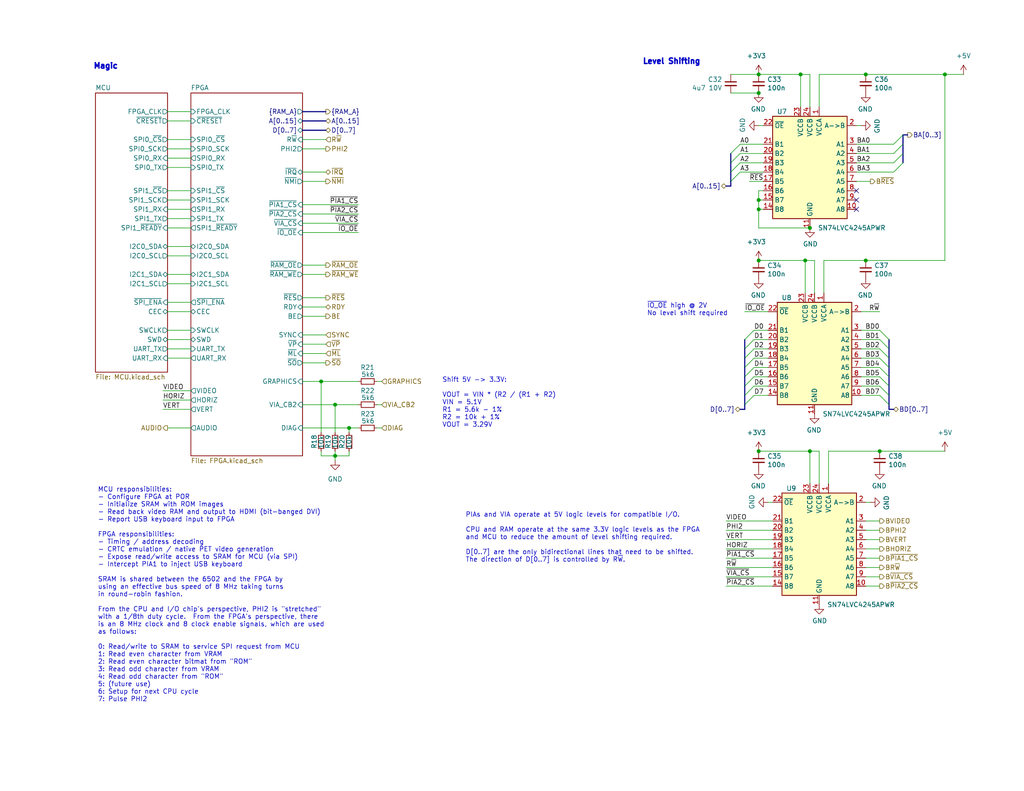
<source format=kicad_sch>
(kicad_sch (version 20231120) (generator "eeschema") (generator_version "8.0")
  (paper "A")
  (title_block (title "EconoPET 40/8096") (date "2023-10-01") (rev "A"))
  (lib_symbols
    (symbol "Device:C_Small" (pin_numbers hide) (pin_names (offset 0.254) hide)
      (property "Reference" "C" (at 0.254 1.778 0))
      (property "Value" "C_Small" (at 0.254 -2.032 0))
      (symbol "C_Small_0_1"
        (polyline (pts (xy -1.524 -0.508) (xy 1.524 -0.508)) (stroke (width 0.3302)))
        (polyline (pts (xy -1.524 0.508) (xy 1.524 0.508)) (stroke (width 0.3048)))
      )
      (symbol "C_Small_1_1"
        (pin passive line (at 0 2.54 270) (length 2.032) (name "~") (number "1"))
        (pin passive line (at 0 -2.54 90) (length 2.032) (name "~") (number "2"))
      )
    )
    (symbol "Device:R_Small" (pin_numbers hide) (pin_names (offset 0.254) hide)
      (property "Reference" "R" (at 0.762 0.508 0))
      (property "Value" "R_Small" (at 0.762 -1.016 0))
      (symbol "R_Small_0_1"
        (rectangle (start -0.762 1.778) (end 0.762 -1.778) (stroke (width 0.2032)))
      )
      (symbol "R_Small_1_1"
        (pin passive line (at 0 2.54 270) (length 0.762) (name "~") (number "1"))
        (pin passive line (at 0 -2.54 90) (length 0.762) (name "~") (number "2"))
      )
    )
    (symbol "EconoPET:SN74LVC8T245"
      (property "Reference" "U" (at 7.62 13.97 0))
      (property "Value" "SN74LVC4245APWR" (at -11.43 -17.78 0))
      (symbol "SN74LVC8T245_0_1"
        (rectangle (start -10.16 12.7) (end 10.16 -15.24) (stroke (width 0.254)) (fill (type background)))
      )
      (symbol "SN74LVC8T245_1_1"
        (pin power_in line (at -2.54 15.24 270) (length 2.54) (name "VCCA") (number "1"))
        (pin bidirectional line (at -12.7 -12.7 0) (length 2.54) (name "A8") (number "10"))
        (pin power_in line (at 0 -17.78 90) (length 2.54) (name "GND") (number "11"))
        (pin passive line (at 0 -17.78 90) (length 2.54) hide (name "GND") (number "12"))
        (pin passive line (at 0 -17.78 90) (length 2.54) hide (name "GND") (number "13"))
        (pin bidirectional line (at 12.7 -12.7 180) (length 2.54) (name "B8") (number "14"))
        (pin bidirectional line (at 12.7 -10.16 180) (length 2.54) (name "B7") (number "15"))
        (pin bidirectional line (at 12.7 -7.62 180) (length 2.54) (name "B6") (number "16"))
        (pin bidirectional line (at 12.7 -5.08 180) (length 2.54) (name "B5") (number "17"))
        (pin bidirectional line (at 12.7 -2.54 180) (length 2.54) (name "B4") (number "18"))
        (pin bidirectional line (at 12.7 0 180) (length 2.54) (name "B3") (number "19"))
        (pin input line (at -12.7 10.16 0) (length 2.54) (name "A->B") (number "2"))
        (pin bidirectional line (at 12.7 2.54 180) (length 2.54) (name "B2") (number "20"))
        (pin bidirectional line (at 12.7 5.08 180) (length 2.54) (name "B1") (number "21"))
        (pin input line (at 12.7 10.16 180) (length 2.54) (name "~{OE}") (number "22"))
        (pin power_in line (at 2.54 15.24 270) (length 2.54) (name "VCCB") (number "23"))
        (pin power_in line (at 0 15.24 270) (length 2.54) (name "VCCB") (number "24"))
        (pin bidirectional line (at -12.7 5.08 0) (length 2.54) (name "A1") (number "3"))
        (pin bidirectional line (at -12.7 2.54 0) (length 2.54) (name "A2") (number "4"))
        (pin bidirectional line (at -12.7 0 0) (length 2.54) (name "A3") (number "5"))
        (pin bidirectional line (at -12.7 -2.54 0) (length 2.54) (name "A4") (number "6"))
        (pin bidirectional line (at -12.7 -5.08 0) (length 2.54) (name "A5") (number "7"))
        (pin bidirectional line (at -12.7 -7.62 0) (length 2.54) (name "A6") (number "8"))
        (pin bidirectional line (at -12.7 -10.16 0) (length 2.54) (name "A7") (number "9"))
      )
    )
    (symbol "power:+3V3" (power) (pin_numbers hide) (pin_names (offset 0) hide)
      (property "Value" "+3V3" (at 0 3.556 0))
      (symbol "+3V3_0_1"
        (polyline (pts (xy -0.762 1.27) (xy 0 2.54)))
        (polyline (pts (xy 0 0) (xy 0 2.54)))
        (polyline (pts (xy 0 2.54) (xy 0.762 1.27)))
      )
      (symbol "+3V3_1_1"
        (pin power_in line (at 0 0 90) (length 0) (name "~") (number "1"))
      )
    )
    (symbol "power:+5V" (power) (pin_numbers hide) (pin_names (offset 0) hide)
      (property "Value" "+5V" (at 0 3.556 0))
      (symbol "+5V_0_1"
        (polyline (pts (xy -0.762 1.27) (xy 0 2.54)))
        (polyline (pts (xy 0 0) (xy 0 2.54)))
        (polyline (pts (xy 0 2.54) (xy 0.762 1.27)))
      )
      (symbol "+5V_1_1"
        (pin power_in line (at 0 0 90) (length 0) (name "~") (number "1"))
      )
    )
    (symbol "power:GND" (power) (pin_numbers hide) (pin_names (offset 0) hide)
      (property "Value" "GND" (at 0 -3.81 0))
      (symbol "GND_0_1"
        (polyline (pts (xy 0 0) (xy 0 -1.27) (xy 1.27 -1.27) (xy 0 -2.54) (xy -1.27 -1.27) (xy 0 -1.27)))
      )
      (symbol "GND_1_1"
        (pin power_in line (at 0 0 270) (length 0) (name "~") (number "1"))
      )
    )
  )
  (junction (at 218.44 20.32))
  (junction (at 207.01 57.15))
  (junction (at 220.98 62.23))
  (junction (at 91.44 124.46))
  (junction (at 207.01 71.12))
  (junction (at 207.01 20.32))
  (junction (at 236.22 20.32))
  (junction (at 219.71 71.12))
  (junction (at 207.01 123.19))
  (junction (at 91.44 110.49))
  (junction (at 257.81 20.32))
  (junction (at 220.98 123.19))
  (junction (at 207.01 54.61))
  (junction (at 236.22 71.12))
  (junction (at 95.25 116.84))
  (junction (at 87.63 104.14))
  (junction (at 240.03 123.19))
  (junction (at 207.01 25.4))
  (no_connect (at 233.68 52.07))
  (no_connect (at 233.68 54.61))
  (no_connect (at 233.68 57.15))
  (bus_entry (at 240.03 90.17) (size 2.54 2.54))
  (bus_entry (at 205.74 102.87) (size -2.54 2.54))
  (bus_entry (at 243.84 39.37) (size 2.54 -2.54))
  (bus_entry (at 240.03 97.79) (size 2.54 2.54))
  (bus_entry (at 240.03 92.71) (size 2.54 2.54))
  (bus_entry (at 240.03 107.95) (size 2.54 2.54))
  (bus_entry (at 205.74 90.17) (size -2.54 2.54))
  (bus_entry (at 201.93 44.45) (size -2.54 2.54))
  (bus_entry (at 201.93 39.37) (size -2.54 2.54))
  (bus_entry (at 205.74 100.33) (size -2.54 2.54))
  (bus_entry (at 205.74 92.71) (size -2.54 2.54))
  (bus_entry (at 243.84 46.99) (size 2.54 -2.54))
  (bus_entry (at 240.03 105.41) (size 2.54 2.54))
  (bus_entry (at 205.74 107.95) (size -2.54 2.54))
  (bus_entry (at 205.74 95.25) (size -2.54 2.54))
  (bus_entry (at 243.84 44.45) (size 2.54 -2.54))
  (bus_entry (at 201.93 46.99) (size -2.54 2.54))
  (bus_entry (at 240.03 100.33) (size 2.54 2.54))
  (bus_entry (at 205.74 105.41) (size -2.54 2.54))
  (bus_entry (at 205.74 97.79) (size -2.54 2.54))
  (bus_entry (at 240.03 102.87) (size 2.54 2.54))
  (bus_entry (at 243.84 41.91) (size 2.54 -2.54))
  (bus_entry (at 201.93 41.91) (size -2.54 2.54))
  (bus_entry (at 240.03 95.25) (size 2.54 2.54))
  (wire (pts (xy 198.12 157.48) (xy 210.82 157.48)))
  (bus (pts (xy 201.93 111.76) (xy 203.2 111.76)))
  (wire (pts (xy 240.03 90.17) (xy 234.95 90.17)))
  (wire (pts (xy 257.81 20.32) (xy 262.89 20.32)))
  (wire (pts (xy 45.72 95.25) (xy 52.07 95.25)))
  (wire (pts (xy 82.55 116.84) (xy 95.25 116.84)))
  (wire (pts (xy 203.2 85.09) (xy 209.55 85.09)))
  (wire (pts (xy 82.55 46.99) (xy 88.9 46.99)))
  (wire (pts (xy 209.55 137.16) (xy 210.82 137.16)))
  (wire (pts (xy 205.74 107.95) (xy 209.55 107.95)))
  (wire (pts (xy 205.74 102.87) (xy 209.55 102.87)))
  (wire (pts (xy 45.72 43.18) (xy 52.07 43.18)))
  (wire (pts (xy 226.06 123.19) (xy 226.06 132.08)))
  (wire (pts (xy 102.87 104.14) (xy 104.14 104.14)))
  (wire (pts (xy 223.52 20.32) (xy 236.22 20.32)))
  (wire (pts (xy 82.55 91.44) (xy 88.9 91.44)))
  (wire (pts (xy 222.25 71.12) (xy 219.71 71.12)))
  (wire (pts (xy 233.68 39.37) (xy 243.84 39.37)))
  (wire (pts (xy 223.52 20.32) (xy 223.52 29.21)))
  (bus (pts (xy 203.2 92.71) (xy 203.2 95.25)))
  (bus (pts (xy 242.57 102.87) (xy 242.57 105.41)))
  (wire (pts (xy 240.03 100.33) (xy 234.95 100.33)))
  (wire (pts (xy 233.68 34.29) (xy 234.95 34.29)))
  (wire (pts (xy 82.55 49.53) (xy 88.9 49.53)))
  (wire (pts (xy 205.74 95.25) (xy 209.55 95.25)))
  (wire (pts (xy 102.87 110.49) (xy 104.14 110.49)))
  (wire (pts (xy 91.44 124.46) (xy 91.44 125.73)))
  (bus (pts (xy 203.2 105.41) (xy 203.2 107.95)))
  (wire (pts (xy 220.98 123.19) (xy 220.98 132.08)))
  (bus (pts (xy 199.39 44.45) (xy 199.39 41.91)))
  (wire (pts (xy 82.55 60.96) (xy 97.79 60.96)))
  (wire (pts (xy 218.44 20.32) (xy 218.44 29.21)))
  (wire (pts (xy 240.03 105.41) (xy 234.95 105.41)))
  (wire (pts (xy 82.55 99.06) (xy 88.9 99.06)))
  (wire (pts (xy 82.55 63.5) (xy 97.79 63.5)))
  (wire (pts (xy 198.12 154.94) (xy 210.82 154.94)))
  (wire (pts (xy 219.71 71.12) (xy 219.71 80.01)))
  (wire (pts (xy 207.01 54.61) (xy 208.28 54.61)))
  (wire (pts (xy 208.28 49.53) (xy 204.47 49.53)))
  (bus (pts (xy 199.39 49.53) (xy 199.39 50.8)))
  (wire (pts (xy 95.25 123.19) (xy 95.25 124.46)))
  (wire (pts (xy 207.01 54.61) (xy 207.01 57.15)))
  (wire (pts (xy 45.72 85.09) (xy 52.07 85.09)))
  (wire (pts (xy 45.72 67.31) (xy 52.07 67.31)))
  (wire (pts (xy 223.52 123.19) (xy 220.98 123.19)))
  (wire (pts (xy 82.55 72.39) (xy 88.9 72.39)))
  (wire (pts (xy 208.28 52.07) (xy 207.01 52.07)))
  (wire (pts (xy 208.28 39.37) (xy 201.93 39.37)))
  (bus (pts (xy 242.57 92.71) (xy 242.57 95.25)))
  (bus (pts (xy 246.38 41.91) (xy 246.38 44.45)))
  (wire (pts (xy 257.81 71.12) (xy 257.81 20.32)))
  (wire (pts (xy 205.74 100.33) (xy 209.55 100.33)))
  (wire (pts (xy 233.68 44.45) (xy 243.84 44.45)))
  (wire (pts (xy 82.55 55.88) (xy 97.79 55.88)))
  (wire (pts (xy 95.25 116.84) (xy 97.79 116.84)))
  (wire (pts (xy 91.44 110.49) (xy 97.79 110.49)))
  (wire (pts (xy 45.72 77.47) (xy 52.07 77.47)))
  (wire (pts (xy 201.93 46.99) (xy 208.28 46.99)))
  (wire (pts (xy 82.55 86.36) (xy 88.9 86.36)))
  (bus (pts (xy 203.2 95.25) (xy 203.2 97.79)))
  (wire (pts (xy 87.63 104.14) (xy 87.63 118.11)))
  (bus (pts (xy 242.57 105.41) (xy 242.57 107.95)))
  (wire (pts (xy 45.72 30.48) (xy 52.07 30.48)))
  (wire (pts (xy 207.01 71.12) (xy 219.71 71.12)))
  (wire (pts (xy 236.22 152.4) (xy 240.03 152.4)))
  (bus (pts (xy 203.2 102.87) (xy 203.2 105.41)))
  (wire (pts (xy 207.01 34.29) (xy 208.28 34.29)))
  (wire (pts (xy 207.01 123.19) (xy 220.98 123.19)))
  (wire (pts (xy 87.63 124.46) (xy 91.44 124.46)))
  (wire (pts (xy 102.87 116.84) (xy 104.14 116.84)))
  (wire (pts (xy 208.28 44.45) (xy 201.93 44.45)))
  (bus (pts (xy 242.57 97.79) (xy 242.57 100.33)))
  (wire (pts (xy 199.39 25.4) (xy 207.01 25.4)))
  (wire (pts (xy 208.28 41.91) (xy 201.93 41.91)))
  (bus (pts (xy 82.55 35.56) (xy 88.9 35.56)))
  (bus (pts (xy 243.84 111.76) (xy 242.57 111.76)))
  (bus (pts (xy 246.38 39.37) (xy 246.38 41.91)))
  (wire (pts (xy 91.44 123.19) (xy 91.44 124.46)))
  (wire (pts (xy 198.12 142.24) (xy 210.82 142.24)))
  (wire (pts (xy 205.74 105.41) (xy 209.55 105.41)))
  (bus (pts (xy 246.38 36.83) (xy 246.38 39.37)))
  (wire (pts (xy 199.39 20.32) (xy 207.01 20.32)))
  (wire (pts (xy 240.03 107.95) (xy 234.95 107.95)))
  (wire (pts (xy 198.12 160.02) (xy 210.82 160.02)))
  (wire (pts (xy 220.98 62.23) (xy 207.01 62.23)))
  (wire (pts (xy 240.03 97.79) (xy 234.95 97.79)))
  (wire (pts (xy 91.44 124.46) (xy 95.25 124.46)))
  (bus (pts (xy 199.39 46.99) (xy 199.39 44.45)))
  (wire (pts (xy 220.98 20.32) (xy 220.98 29.21)))
  (wire (pts (xy 87.63 104.14) (xy 97.79 104.14)))
  (wire (pts (xy 236.22 157.48) (xy 240.03 157.48)))
  (wire (pts (xy 210.82 144.78) (xy 198.12 144.78)))
  (wire (pts (xy 45.72 33.02) (xy 52.07 33.02)))
  (wire (pts (xy 240.03 123.19) (xy 257.81 123.19)))
  (wire (pts (xy 45.72 57.15) (xy 52.07 57.15)))
  (wire (pts (xy 207.01 57.15) (xy 208.28 57.15)))
  (wire (pts (xy 240.03 102.87) (xy 234.95 102.87)))
  (wire (pts (xy 45.72 38.1) (xy 52.07 38.1)))
  (wire (pts (xy 207.01 20.32) (xy 218.44 20.32)))
  (wire (pts (xy 205.74 97.79) (xy 209.55 97.79)))
  (wire (pts (xy 45.72 97.79) (xy 52.07 97.79)))
  (wire (pts (xy 198.12 152.4) (xy 210.82 152.4)))
  (wire (pts (xy 82.55 96.52) (xy 88.9 96.52)))
  (wire (pts (xy 240.03 92.71) (xy 234.95 92.71)))
  (wire (pts (xy 236.22 20.32) (xy 257.81 20.32)))
  (wire (pts (xy 233.68 46.99) (xy 243.84 46.99)))
  (wire (pts (xy 222.25 80.01) (xy 222.25 71.12)))
  (wire (pts (xy 224.79 71.12) (xy 236.22 71.12)))
  (wire (pts (xy 52.07 111.76) (xy 44.45 111.76)))
  (wire (pts (xy 95.25 116.84) (xy 95.25 118.11)))
  (bus (pts (xy 242.57 95.25) (xy 242.57 97.79)))
  (wire (pts (xy 233.68 41.91) (xy 243.84 41.91)))
  (wire (pts (xy 224.79 71.12) (xy 224.79 80.01)))
  (wire (pts (xy 205.74 90.17) (xy 209.55 90.17)))
  (wire (pts (xy 240.03 95.25) (xy 234.95 95.25)))
  (wire (pts (xy 82.55 110.49) (xy 91.44 110.49)))
  (wire (pts (xy 45.72 59.69) (xy 52.07 59.69)))
  (wire (pts (xy 237.49 137.16) (xy 236.22 137.16)))
  (bus (pts (xy 203.2 110.49) (xy 203.2 111.76)))
  (wire (pts (xy 45.72 54.61) (xy 52.07 54.61)))
  (wire (pts (xy 45.72 69.85) (xy 52.07 69.85)))
  (wire (pts (xy 82.55 58.42) (xy 97.79 58.42)))
  (wire (pts (xy 218.44 20.32) (xy 220.98 20.32)))
  (wire (pts (xy 45.72 116.84) (xy 52.07 116.84)))
  (wire (pts (xy 236.22 71.12) (xy 257.81 71.12)))
  (wire (pts (xy 236.22 154.94) (xy 240.03 154.94)))
  (bus (pts (xy 242.57 110.49) (xy 242.57 111.76)))
  (wire (pts (xy 82.55 83.82) (xy 88.9 83.82)))
  (wire (pts (xy 240.03 149.86) (xy 236.22 149.86)))
  (wire (pts (xy 52.07 109.22) (xy 44.45 109.22)))
  (bus (pts (xy 199.39 49.53) (xy 199.39 46.99)))
  (wire (pts (xy 236.22 142.24) (xy 240.03 142.24)))
  (wire (pts (xy 82.55 74.93) (xy 88.9 74.93)))
  (wire (pts (xy 45.72 74.93) (xy 52.07 74.93)))
  (wire (pts (xy 87.63 123.19) (xy 87.63 124.46)))
  (wire (pts (xy 210.82 147.32) (xy 198.12 147.32)))
  (wire (pts (xy 45.72 52.07) (xy 52.07 52.07)))
  (wire (pts (xy 226.06 123.19) (xy 240.03 123.19)))
  (wire (pts (xy 91.44 110.49) (xy 91.44 118.11)))
  (bus (pts (xy 203.2 100.33) (xy 203.2 102.87)))
  (wire (pts (xy 45.72 40.64) (xy 52.07 40.64)))
  (wire (pts (xy 207.01 52.07) (xy 207.01 54.61)))
  (bus (pts (xy 242.57 107.95) (xy 242.57 110.49)))
  (wire (pts (xy 82.55 104.14) (xy 87.63 104.14)))
  (wire (pts (xy 52.07 106.68) (xy 44.45 106.68)))
  (wire (pts (xy 236.22 160.02) (xy 240.03 160.02)))
  (wire (pts (xy 45.72 62.23) (xy 52.07 62.23)))
  (bus (pts (xy 203.2 107.95) (xy 203.2 110.49)))
  (bus (pts (xy 247.65 36.83) (xy 246.38 36.83)))
  (wire (pts (xy 82.55 38.1) (xy 88.9 38.1)))
  (bus (pts (xy 198.12 50.8) (xy 199.39 50.8)))
  (bus (pts (xy 82.55 33.02) (xy 88.9 33.02)))
  (wire (pts (xy 82.55 93.98) (xy 88.9 93.98)))
  (wire (pts (xy 45.72 82.55) (xy 52.07 82.55)))
  (wire (pts (xy 205.74 92.71) (xy 209.55 92.71)))
  (wire (pts (xy 207.01 62.23) (xy 207.01 57.15)))
  (wire (pts (xy 82.55 81.28) (xy 88.9 81.28)))
  (wire (pts (xy 45.72 90.17) (xy 52.07 90.17)))
  (bus (pts (xy 82.55 30.48) (xy 88.9 30.48)))
  (wire (pts (xy 236.22 144.78) (xy 240.03 144.78)))
  (bus (pts (xy 242.57 100.33) (xy 242.57 102.87)))
  (wire (pts (xy 82.55 40.64) (xy 88.9 40.64)))
  (wire (pts (xy 236.22 147.32) (xy 240.03 147.32)))
  (wire (pts (xy 210.82 149.86) (xy 198.12 149.86)))
  (wire (pts (xy 234.95 85.09) (xy 240.03 85.09)))
  (bus (pts (xy 203.2 97.79) (xy 203.2 100.33)))
  (wire (pts (xy 223.52 132.08) (xy 223.52 123.19)))
  (wire (pts (xy 45.72 45.72) (xy 52.07 45.72)))
  (wire (pts (xy 45.72 92.71) (xy 52.07 92.71)))
  (wire (pts (xy 233.68 49.53) (xy 237.49 49.53)))
  (text "PIAs and VIA operate at 5V logic levels for compatible I/O.\n\nCPU and RAM operate at the same 3.3V logic levels as the FPGA\nand MCU to reduce the amount of level shifting required.\n\nD[0..7] are the only bidirectional lines that need to be shifted.\nThe direction of D[0..7] is controlled by R~{W}." (at 127 153.67 0) (effects (font (size 1.27 1.27)) (justify left bottom)))
  (text "Level Shifting" (at 175.26 17.78 0) (effects (font (size 1.5 1.5) (thickness 0.8) (bold yes)) (justify left bottom)))
  (text "Magic" (at 25.4 19.05 0) (effects (font (size 1.5 1.5) (thickness 0.8) (bold yes)) (justify left bottom)))
  (text "MCU responsibilities:\n- Configure FPGA at POR\n- Initialize SRAM with ROM images\n- Read back video RAM and output to HDMI (bit-banged DVI)\n- Report USB keyboard input to FPGA\n\nFPGA responsibilities:\n- Timing / address decoding\n- CRTC emulation / native PET video generation\n- Expose read/write access to SRAM for MCU (via SPI)\n- Intercept PIA1 to inject USB keyboard\n\nSRAM is shared between the 6502 and the FPGA by\nusing an effective bus speed of 8 MHz taking turns\nin round-robin fashion.\n\nFrom the CPU and I/O chip's perspective, PHI2 is \"stretched\"\nwith a 1/8th duty cycle.  From the FPGA's perspective, there\nis an 8 MHz clock and 8 clock enable signals, which are used\nas follows:\n\n0: Read/write to SRAM to service SPI request from MCU\n1: Read even character from VRAM\n2: Read even character bitmat from \"ROM\"\n3: Read odd character from VRAM\n4: Read odd character from \"ROM\"\n5: (future use)\n6: Setup for next CPU cycle\n7: Pulse PHI2" (at 26.67 191.77 0) (effects (font (size 1.27 1.27)) (justify left bottom)))
  (text "~{IO_OE} high @ 2V\nNo level shift required" (at 176.53 86.36 0) (effects (font (size 1.27 1.27)) (justify left bottom)))
  (text "Shift 5V -> 3.3V:\n\nVOUT = VIN * (R2 / (R1 + R2)\nVIN = 5.1V\nR1 = 5.6k - 1%\nR2 = 10k + 1%\nVOUT = 3.29V" (at 120.65 116.84 0) (effects (font (size 1.27 1.27)) (justify left bottom)))
  (label "~{IO_OE}" (at 203.2 85.09 0))
  (label "~{IO_OE}" (at 97.79 63.5 180))
  (label "BA3" (at 237.49 46.99 180))
  (label "D7" (at 205.74 107.95 0))
  (label "D0" (at 205.74 90.17 0))
  (label "A1" (at 201.93 41.91 0))
  (label "BA1" (at 237.49 41.91 180))
  (label "BD5" (at 240.03 102.87 180))
  (label "BD7" (at 240.03 107.95 180))
  (label "A0" (at 201.93 39.37 0))
  (label "~{RES}" (at 204.47 49.53 0))
  (label "~{PIA1_CS}" (at 97.79 55.88 180))
  (label "A2" (at 201.93 44.45 0))
  (label "PHI2" (at 198.12 144.78 0))
  (label "BD6" (at 240.03 105.41 180))
  (label "D1" (at 205.74 92.71 0))
  (label "~{VIA_CS}" (at 97.79 60.96 180))
  (label "HORIZ" (at 44.45 109.22 0))
  (label "A3" (at 201.93 46.99 0))
  (label "D2" (at 205.74 95.25 0))
  (label "R~{W}" (at 240.03 85.09 180))
  (label "D4" (at 205.74 100.33 0))
  (label "~{PIA1_CS}" (at 198.12 152.4 0))
  (label "D3" (at 205.74 97.79 0))
  (label "R~{W}" (at 198.12 154.94 0))
  (label "BD3" (at 240.03 97.79 180))
  (label "~{PIA2_CS}" (at 97.79 58.42 180))
  (label "D5" (at 205.74 102.87 0))
  (label "~{VIA_CS}" (at 198.12 157.48 0))
  (label "BD0" (at 240.03 90.17 180))
  (label "VERT" (at 44.45 111.76 0))
  (label "D6" (at 205.74 105.41 0))
  (label "HORIZ" (at 198.12 149.86 0))
  (label "BA2" (at 237.49 44.45 180))
  (label "VIDEO" (at 44.45 106.68 0))
  (label "VIDEO" (at 198.12 142.24 0))
  (label "BD4" (at 240.03 100.33 180))
  (label "BD1" (at 240.03 92.71 180))
  (label "~{PIA2_CS}" (at 198.12 160.02 0))
  (label "VERT" (at 198.12 147.32 0))
  (label "BD2" (at 240.03 95.25 180))
  (label "BA0" (at 237.49 39.37 180))
  (hierarchical_label "~{NMI}" (shape output) (at 88.9 49.53 0))
  (hierarchical_label "~{SO}" (shape output) (at 88.9 99.06 0))
  (hierarchical_label "{RAM_A}" (shape output) (at 88.9 30.48 0))
  (hierarchical_label "PHI2" (shape output) (at 88.9 40.64 0))
  (hierarchical_label "R~{W}" (shape input) (at 88.9 38.1 0))
  (hierarchical_label "B~{PIA1_CS}" (shape output) (at 240.03 152.4 0))
  (hierarchical_label "SYNC" (shape input) (at 88.9 91.44 0))
  (hierarchical_label "DIAG" (shape input) (at 104.14 116.84 0))
  (hierarchical_label "RDY" (shape bidirectional) (at 88.9 83.82 0))
  (hierarchical_label "D[0..7]" (shape bidirectional) (at 88.9 35.56 0))
  (hierarchical_label "B~{RES}" (shape output) (at 237.49 49.53 0))
  (hierarchical_label "D[0..7]" (shape bidirectional) (at 201.93 111.76 180))
  (hierarchical_label "~{ML}" (shape input) (at 88.9 96.52 0))
  (hierarchical_label "B~{PIA2_CS}" (shape output) (at 240.03 160.02 0))
  (hierarchical_label "A[0..15]" (shape bidirectional) (at 198.12 50.8 180))
  (hierarchical_label "BVIDEO" (shape output) (at 240.03 142.24 0))
  (hierarchical_label "~{RES}" (shape output) (at 88.9 81.28 0))
  (hierarchical_label "AUDIO" (shape output) (at 45.72 116.84 180))
  (hierarchical_label "BD[0..7]" (shape bidirectional) (at 243.84 111.76 0))
  (hierarchical_label "VIA_CB2" (shape input) (at 104.14 110.49 0))
  (hierarchical_label "B~{VIA_CS}" (shape output) (at 240.03 157.48 0))
  (hierarchical_label "BHORIZ" (shape output) (at 240.03 149.86 0))
  (hierarchical_label "~{IRQ}" (shape bidirectional) (at 88.9 46.99 0))
  (hierarchical_label "BE" (shape output) (at 88.9 86.36 0))
  (hierarchical_label "BA[0..3]" (shape output) (at 247.65 36.83 0))
  (hierarchical_label "BR~{W}" (shape output) (at 240.03 154.94 0))
  (hierarchical_label "BVERT" (shape output) (at 240.03 147.32 0))
  (hierarchical_label "~{RAM_WE}" (shape output) (at 88.9 74.93 0))
  (hierarchical_label "~{RAM_OE}" (shape output) (at 88.9 72.39 0))
  (hierarchical_label "~{VP}" (shape input) (at 88.9 93.98 0))
  (hierarchical_label "BPHI2" (shape output) (at 240.03 144.78 0))
  (hierarchical_label "A[0..15]" (shape bidirectional) (at 88.9 33.02 0))
  (hierarchical_label "GRAPHICS" (shape input) (at 104.14 104.14 0))
  (symbol (lib_id "EconoPET:SN74LVC8T245") (at 220.98 44.45 0) (mirror y) (unit 1)
    (property "Reference" "U7" (at 213.36 30.48 0))
    (property "Value" "SN74LVC4245APWR" (at 232.41 62.23 0))
    (property "Footprint" "Package_SO:TSSOP-24_4.4x7.8mm_P0.65mm" (effects (hide yes)))
    (property "Datasheet" "https://www.lcsc.com/datasheet/lcsc_datasheet_1809192324_Texas-Instruments-SN74LVC4245APWR_C7859.pdf" (effects (hide yes)))
    (property "LCSC" "C7859" (effects (hide yes)))
  )
  (symbol (lib_id "EconoPET:SN74LVC8T245") (at 223.52 147.32 0) (mirror y) (unit 1)
    (property "Reference" "U9" (at 215.9 133.35 0))
    (property "Value" "SN74LVC4245APWR" (at 234.95 165.1 0))
    (property "Footprint" "Package_SO:TSSOP-24_4.4x7.8mm_P0.65mm" (effects (hide yes)))
    (property "Datasheet" "https://www.lcsc.com/datasheet/lcsc_datasheet_1809192324_Texas-Instruments-SN74LVC4245APWR_C7859.pdf" (effects (hide yes)))
    (property "LCSC" "C7859" (effects (hide yes)))
  )
  (symbol (lib_id "EconoPET:SN74LVC8T245") (at 222.25 95.25 0) (mirror y) (unit 1)
    (property "Reference" "U8" (at 214.63 81.28 0))
    (property "Value" "SN74LVC4245APWR" (at 233.68 113.03 0))
    (property "Footprint" "Package_SO:TSSOP-24_4.4x7.8mm_P0.65mm" (effects (hide yes)))
    (property "Datasheet" "https://www.lcsc.com/datasheet/lcsc_datasheet_1809192324_Texas-Instruments-SN74LVC4245APWR_C7859.pdf" (effects (hide yes)))
    (property "LCSC" "C7859" (effects (hide yes)))
  )
  (symbol (lib_id "power:+3V3") (at 207.01 71.12 0) (mirror y) (unit 1)
    (property "Reference" "#PWR038" (effects (hide yes)))
    (property "Value" "+3V3" (at 206.375 66.04 0))
    (property "Description" "Power symbol creates a global label with name \"+3V3\"" (effects (hide yes)))
  )
  (symbol (lib_id "power:GND") (at 220.98 62.23 0) (unit 1)
    (property "Reference" "#PWR043" (effects (hide yes)))
    (property "Value" "GND" (at 221.107 66.6242 0))
    (property "Description" "Power symbol creates a global label with name \"GND\" , ground" (effects (hide yes)))
  )
  (symbol (lib_id "power:GND") (at 222.25 113.03 0) (mirror y) (unit 1)
    (property "Reference" "#PWR044" (effects (hide yes)))
    (property "Value" "GND" (at 222.123 117.4242 0))
    (property "Description" "Power symbol creates a global label with name \"GND\" , ground" (effects (hide yes)))
  )
  (symbol (lib_id "power:GND") (at 223.52 165.1 0) (unit 1)
    (property "Reference" "#PWR045" (effects (hide yes)))
    (property "Value" "GND" (at 223.647 169.4942 0))
    (property "Description" "Power symbol creates a global label with name \"GND\" , ground" (effects (hide yes)))
  )
  (symbol (lib_id "power:+3V3") (at 207.01 20.32 0) (mirror y) (unit 1)
    (property "Reference" "#PWR035" (effects (hide yes)))
    (property "Value" "+3V3" (at 206.375 15.24 0))
    (property "Description" "Power symbol creates a global label with name \"+3V3\"" (effects (hide yes)))
  )
  (symbol (lib_id "power:GND") (at 207.01 34.29 270) (mirror x) (unit 1)
    (property "Reference" "#PWR037" (effects (hide yes)))
    (property "Value" "GND" (at 202.6158 34.163 0))
    (property "Description" "Power symbol creates a global label with name \"GND\" , ground" (effects (hide yes)))
  )
  (symbol (lib_id "Device:C_Small") (at 207.01 22.86 0) (unit 1)
    (property "Reference" "C33" (at 209.3468 21.6916 0) (effects (justify left)))
    (property "Value" "100n" (at 209.3468 24.003 0) (effects (justify left)))
    (property "Footprint" "Capacitor_SMD:C_0402_1005Metric" (effects (hide yes)))
    (property "Datasheet" "https://product.samsungsem.com/mlcc/CL05B104KB54PN.do" (effects (hide yes)))
    (property "LCSC" "C307331" (effects (hide yes)))
  )
  (symbol (lib_id "Device:C_Small") (at 207.01 125.73 0) (unit 1)
    (property "Reference" "C35" (at 209.3468 124.5616 0) (effects (justify left)))
    (property "Value" "100n" (at 209.3468 126.873 0) (effects (justify left)))
    (property "Footprint" "Capacitor_SMD:C_0402_1005Metric" (effects (hide yes)))
    (property "Datasheet" "https://product.samsungsem.com/mlcc/CL05B104KB54PN.do" (effects (hide yes)))
    (property "LCSC" "C307331" (effects (hide yes)))
  )
  (symbol (lib_id "power:GND") (at 209.55 137.16 270) (mirror x) (unit 1)
    (property "Reference" "#PWR042" (effects (hide yes)))
    (property "Value" "GND" (at 205.1558 137.033 0))
    (property "Description" "Power symbol creates a global label with name \"GND\" , ground" (effects (hide yes)))
  )
  (symbol (lib_id "power:GND") (at 237.49 137.16 90) (mirror x) (unit 1)
    (property "Reference" "#PWR049" (effects (hide yes)))
    (property "Value" "GND" (at 241.8842 137.287 0))
    (property "Description" "Power symbol creates a global label with name \"GND\" , ground" (effects (hide yes)))
  )
  (symbol (lib_id "power:GND") (at 234.95 34.29 90) (mirror x) (unit 1)
    (property "Reference" "#PWR046" (effects (hide yes)))
    (property "Value" "GND" (at 239.3442 34.417 0))
    (property "Description" "Power symbol creates a global label with name \"GND\" , ground" (effects (hide yes)))
  )
  (symbol (lib_id "Device:C_Small") (at 236.22 22.86 0) (unit 1)
    (property "Reference" "C36" (at 238.5568 21.6916 0) (effects (justify left)))
    (property "Value" "100n" (at 238.5568 24.003 0) (effects (justify left)))
    (property "Footprint" "Capacitor_SMD:C_0402_1005Metric" (effects (hide yes)))
    (property "Datasheet" "https://product.samsungsem.com/mlcc/CL05B104KB54PN.do" (effects (hide yes)))
    (property "LCSC" "C307331" (effects (hide yes)))
  )
  (symbol (lib_id "Device:C_Small") (at 240.03 125.73 0) (unit 1)
    (property "Reference" "C38" (at 242.3668 124.5616 0) (effects (justify left)))
    (property "Value" "100n" (at 242.3668 126.873 0) (effects (justify left)))
    (property "Footprint" "Capacitor_SMD:C_0402_1005Metric" (effects (hide yes)))
    (property "Datasheet" "https://product.samsungsem.com/mlcc/CL05B104KB54PN.do" (effects (hide yes)))
    (property "LCSC" "C307331" (effects (hide yes)))
  )
  (symbol (lib_id "Device:C_Small") (at 236.22 73.66 0) (unit 1)
    (property "Reference" "C37" (at 238.5568 72.4916 0) (effects (justify left)))
    (property "Value" "100n" (at 238.5568 74.803 0) (effects (justify left)))
    (property "Footprint" "Capacitor_SMD:C_0402_1005Metric" (effects (hide yes)))
    (property "Datasheet" "https://product.samsungsem.com/mlcc/CL05B104KB54PN.do" (effects (hide yes)))
    (property "LCSC" "C307331" (effects (hide yes)))
  )
  (symbol (lib_id "Device:C_Small") (at 207.01 73.66 0) (unit 1)
    (property "Reference" "C34" (at 209.3468 72.4916 0) (effects (justify left)))
    (property "Value" "100n" (at 209.3468 74.803 0) (effects (justify left)))
    (property "Footprint" "Capacitor_SMD:C_0402_1005Metric" (effects (hide yes)))
    (property "Datasheet" "https://product.samsungsem.com/mlcc/CL05B104KB54PN.do" (effects (hide yes)))
    (property "LCSC" "C307331" (effects (hide yes)))
  )
  (symbol (lib_id "power:GND") (at 207.01 25.4 0) (mirror y) (unit 1)
    (property "Reference" "#PWR036" (effects (hide yes)))
    (property "Value" "GND" (at 206.883 29.7942 0))
    (property "Description" "Power symbol creates a global label with name \"GND\" , ground" (effects (hide yes)))
  )
  (symbol (lib_id "Device:R_Small") (at 100.33 116.84 90) (unit 1)
    (property "Reference" "R23" (at 102.235 113.03 90) (effects (justify left)))
    (property "Value" "5k6" (at 102.235 114.935 90) (effects (justify left)))
    (property "Footprint" "Resistor_SMD:R_0402_1005Metric" (effects (hide yes)))
    (property "Datasheet" "https://www.lcsc.com/datasheet/lcsc_datasheet_2206010045_UNI-ROYAL-Uniroyal-Elec-0402WGF5601TCE_C25908.pdf" (effects (hide yes)))
    (property "LCSC" "C25908" (effects (hide yes)))
  )
  (symbol (lib_id "power:+5V") (at 257.81 123.19 0) (unit 1)
    (property "Reference" "#PWR051" (effects (hide yes)))
    (property "Value" "+5V" (at 257.81 118.11 0))
    (property "Description" "Power symbol creates a global label with name \"+5V\"" (effects (hide yes)))
  )
  (symbol (lib_id "Device:R_Small") (at 100.33 110.49 90) (unit 1)
    (property "Reference" "R22" (at 102.235 106.68 90) (effects (justify left)))
    (property "Value" "5k6" (at 102.235 108.585 90) (effects (justify left)))
    (property "Footprint" "Resistor_SMD:R_0402_1005Metric" (effects (hide yes)))
    (property "Datasheet" "https://www.lcsc.com/datasheet/lcsc_datasheet_2206010045_UNI-ROYAL-Uniroyal-Elec-0402WGF5601TCE_C25908.pdf" (effects (hide yes)))
    (property "LCSC" "C25908" (effects (hide yes)))
  )
  (symbol (lib_id "Device:R_Small") (at 100.33 104.14 90) (unit 1)
    (property "Reference" "R21" (at 102.235 100.33 90) (effects (justify left)))
    (property "Value" "5k6" (at 102.235 102.235 90) (effects (justify left)))
    (property "Footprint" "Resistor_SMD:R_0402_1005Metric" (effects (hide yes)))
    (property "Datasheet" "https://www.lcsc.com/datasheet/lcsc_datasheet_2206010045_UNI-ROYAL-Uniroyal-Elec-0402WGF5601TCE_C25908.pdf" (effects (hide yes)))
    (property "LCSC" "C25908" (effects (hide yes)))
  )
  (symbol (lib_id "power:GND") (at 91.44 125.73 0) (unit 1)
    (property "Reference" "#PWR034" (effects (hide yes)))
    (property "Value" "GND" (at 91.44 130.81 0))
    (property "Description" "Power symbol creates a global label with name \"GND\" , ground" (effects (hide yes)))
  )
  (symbol (lib_id "power:GND") (at 236.22 76.2 0) (mirror y) (unit 1)
    (property "Reference" "#PWR048" (effects (hide yes)))
    (property "Value" "GND" (at 236.093 80.5942 0))
    (property "Description" "Power symbol creates a global label with name \"GND\" , ground" (effects (hide yes)))
  )
  (symbol (lib_id "Device:R_Small") (at 95.25 120.65 0) (unit 1)
    (property "Reference" "R20" (at 93.345 122.555 90) (effects (justify left)))
    (property "Value" "10k" (at 95.25 122.555 90) (effects (justify left)))
    (property "Footprint" "Resistor_SMD:R_0402_1005Metric" (effects (hide yes)))
    (property "Datasheet" "https://jlcpcb.com/api/file/downloadByFileSystemAccessId/8556212101498380288" (effects (hide yes)))
    (property "LCSC" "C25744" (effects (hide yes)))
  )
  (symbol (lib_id "Device:C_Small") (at 199.39 22.86 0) (mirror y) (unit 1)
    (property "Reference" "C32" (at 197.0532 21.6916 0) (effects (justify left)))
    (property "Value" "4u7 10V" (at 197.0532 24.003 0) (effects (justify left)))
    (property "Footprint" "Capacitor_SMD:C_0402_1005Metric" (effects (hide yes)))
    (property "Datasheet" "https://product.samsungsem.com/mlcc/CL05A475MP5NRN.do" (effects (hide yes)))
    (property "LCSC" "C23733" (effects (hide yes)))
  )
  (symbol (lib_id "power:+5V") (at 262.89 20.32 0) (unit 1)
    (property "Reference" "#PWR052" (effects (hide yes)))
    (property "Value" "+5V" (at 262.89 15.24 0))
    (property "Description" "Power symbol creates a global label with name \"+5V\"" (effects (hide yes)))
  )
  (symbol (lib_id "power:GND") (at 236.22 25.4 0) (mirror y) (unit 1)
    (property "Reference" "#PWR047" (effects (hide yes)))
    (property "Value" "GND" (at 236.093 29.7942 0))
    (property "Description" "Power symbol creates a global label with name \"GND\" , ground" (effects (hide yes)))
  )
  (symbol (lib_id "power:+3V3") (at 207.01 123.19 0) (mirror y) (unit 1)
    (property "Reference" "#PWR040" (effects (hide yes)))
    (property "Value" "+3V3" (at 206.375 118.11 0))
    (property "Description" "Power symbol creates a global label with name \"+3V3\"" (effects (hide yes)))
  )
  (symbol (lib_id "power:GND") (at 207.01 128.27 0) (mirror y) (unit 1)
    (property "Reference" "#PWR041" (effects (hide yes)))
    (property "Value" "GND" (at 206.883 132.6642 0))
    (property "Description" "Power symbol creates a global label with name \"GND\" , ground" (effects (hide yes)))
  )
  (symbol (lib_id "Device:R_Small") (at 87.63 120.65 0) (unit 1)
    (property "Reference" "R18" (at 85.725 122.555 90) (effects (justify left)))
    (property "Value" "10k" (at 87.63 122.555 90) (effects (justify left)))
    (property "Footprint" "Resistor_SMD:R_0402_1005Metric" (effects (hide yes)))
    (property "Datasheet" "https://jlcpcb.com/api/file/downloadByFileSystemAccessId/8556212101498380288" (effects (hide yes)))
    (property "LCSC" "C25744" (effects (hide yes)))
  )
  (symbol (lib_id "power:GND") (at 207.01 76.2 0) (mirror y) (unit 1)
    (property "Reference" "#PWR039" (effects (hide yes)))
    (property "Value" "GND" (at 206.883 80.5942 0))
    (property "Description" "Power symbol creates a global label with name \"GND\" , ground" (effects (hide yes)))
  )
  (symbol (lib_id "Device:R_Small") (at 91.44 120.65 0) (unit 1)
    (property "Reference" "R19" (at 89.535 122.555 90) (effects (justify left)))
    (property "Value" "10k" (at 91.44 122.555 90) (effects (justify left)))
    (property "Footprint" "Resistor_SMD:R_0402_1005Metric" (effects (hide yes)))
    (property "Datasheet" "https://jlcpcb.com/api/file/downloadByFileSystemAccessId/8556212101498380288" (effects (hide yes)))
    (property "LCSC" "C25744" (effects (hide yes)))
  )
  (symbol (lib_id "power:GND") (at 240.03 128.27 0) (mirror y) (unit 1)
    (property "Reference" "#PWR050" (effects (hide yes)))
    (property "Value" "GND" (at 239.903 132.6642 0))
    (property "Description" "Power symbol creates a global label with name \"GND\" , ground" (effects (hide yes)))
  )
  (sheet (at 52.07 25.4) (size 30.48 99.06)
    (property "Sheetname" "FPGA" (at 52.07 24.6884 0) (effects (justify left bottom)))
    (property "Sheetfile" "FPGA.kicad_sch" (at 52.07 125.0446 0) (effects (justify left top)))
    (pin "R~{W}" input (at 82.55 38.1 0))
    (pin "PHI2" output (at 82.55 40.64 0))
    (pin "BE" output (at 82.55 86.36 0))
    (pin "RDY" bidirectional (at 82.55 83.82 0))
    (pin "~{RAM_WE}" output (at 82.55 74.93 0))
    (pin "~{RAM_OE}" output (at 82.55 72.39 0))
    (pin "SYNC" input (at 82.55 91.44 0))
    (pin "~{NMI}" output (at 82.55 49.53 0))
    (pin "~{RES}" output (at 82.55 81.28 0))
    (pin "~{IRQ}" bidirectional (at 82.55 46.99 0))
    (pin "~{PIA1_CS}" input (at 82.55 55.88 0))
    (pin "~{PIA2_CS}" input (at 82.55 58.42 0))
    (pin "~{VIA_CS}" input (at 82.55 60.96 0))
    (pin "~{IO_OE}" input (at 82.55 63.5 0))
    (pin "VERT" output (at 52.07 111.76 180))
    (pin "HORIZ" output (at 52.07 109.22 180))
    (pin "VIDEO" output (at 52.07 106.68 180))
    (pin "GRAPHICS" input (at 82.55 104.14 0))
    (pin "VIA_CB2" input (at 82.55 110.49 0))
    (pin "DIAG" input (at 82.55 116.84 0))
    (pin "~{VP}" input (at 82.55 93.98 0))
    (pin "~{ML}" input (at 82.55 96.52 0))
    (pin "~{SO}" output (at 82.55 99.06 0))
    (pin "D[0..7]" bidirectional (at 82.55 35.56 0))
    (pin "SPI0_RX" output (at 52.07 43.18 180))
    (pin "SPI0_TX" input (at 52.07 45.72 180))
    (pin "SPI0_~{CS}" input (at 52.07 38.1 180))
    (pin "SPI1_RX" output (at 52.07 57.15 180))
    (pin "SPI1_~{CS}" input (at 52.07 52.07 180))
    (pin "SPI1_TX" input (at 52.07 59.69 180))
    (pin "SPI0_SCK" input (at 52.07 40.64 180))
    (pin "SPI1_~{READY}" output (at 52.07 62.23 180))
    (pin "SPI1_SCK" input (at 52.07 54.61 180))
    (pin "~{CRESET}" input (at 52.07 33.02 180))
    (pin "I2C1_SDA" bidirectional (at 52.07 74.93 180))
    (pin "I2C1_SCL" input (at 52.07 77.47 180))
    (pin "~{SPI_ENA}" output (at 52.07 82.55 180))
    (pin "CEC" bidirectional (at 52.07 85.09 180))
    (pin "A[0..15]" bidirectional (at 82.55 33.02 0))
    (pin "{RAM_A}" output (at 82.55 30.48 0))
    (pin "FPGA_CLK" input (at 52.07 30.48 180))
    (pin "SWD" bidirectional (at 52.07 92.71 180))
    (pin "SWCLK" input (at 52.07 90.17 180))
    (pin "UART_TX" input (at 52.07 95.25 180))
    (pin "UART_RX" output (at 52.07 97.79 180))
    (pin "I2C0_SCL" input (at 52.07 69.85 180))
    (pin "I2C0_SDA" bidirectional (at 52.07 67.31 180))
    (pin "AUDIO" output (at 52.07 116.84 180))
  )
  (sheet (at 26.035 25.4) (size 19.685 76.2) (stroke (width 0.1524))
    (property "Sheetname" "MCU" (at 26.035 24.6884 0) (effects (justify left bottom)))
    (property "Sheetfile" "MCU.kicad_sch" (at 26.035 102.1846 0) (effects (justify left top)))
    (pin "SPI0_~{CS}" output (at 45.72 38.1 0))
    (pin "SPI0_RX" input (at 45.72 43.18 0))
    (pin "SPI0_TX" output (at 45.72 45.72 0))
    (pin "SPI1_~{CS}" output (at 45.72 52.07 0))
    (pin "SPI1_RX" input (at 45.72 57.15 0))
    (pin "SPI1_TX" output (at 45.72 59.69 0))
    (pin "SPI1_~{READY}" input (at 45.72 62.23 0))
    (pin "SPI1_SCK" output (at 45.72 54.61 0))
    (pin "SPI0_SCK" output (at 45.72 40.64 0))
    (pin "~{CRESET}" output (at 45.72 33.02 0))
    (pin "I2C1_SCL" output (at 45.72 77.47 0))
    (pin "I2C1_SDA" bidirectional (at 45.72 74.93 0))
    (pin "~{SPI_ENA}" input (at 45.72 82.55 0))
    (pin "CEC" bidirectional (at 45.72 85.09 0))
    (pin "SWCLK" output (at 45.72 90.17 0))
    (pin "SWD" bidirectional (at 45.72 92.71 0))
    (pin "FPGA_CLK" output (at 45.72 30.48 0))
    (pin "UART_TX" output (at 45.72 95.25 0))
    (pin "UART_RX" input (at 45.72 97.79 0))
    (pin "I2C0_SDA" bidirectional (at 45.72 67.31 0))
    (pin "I2C0_SCL" output (at 45.72 69.85 0))
  )
)
</source>
